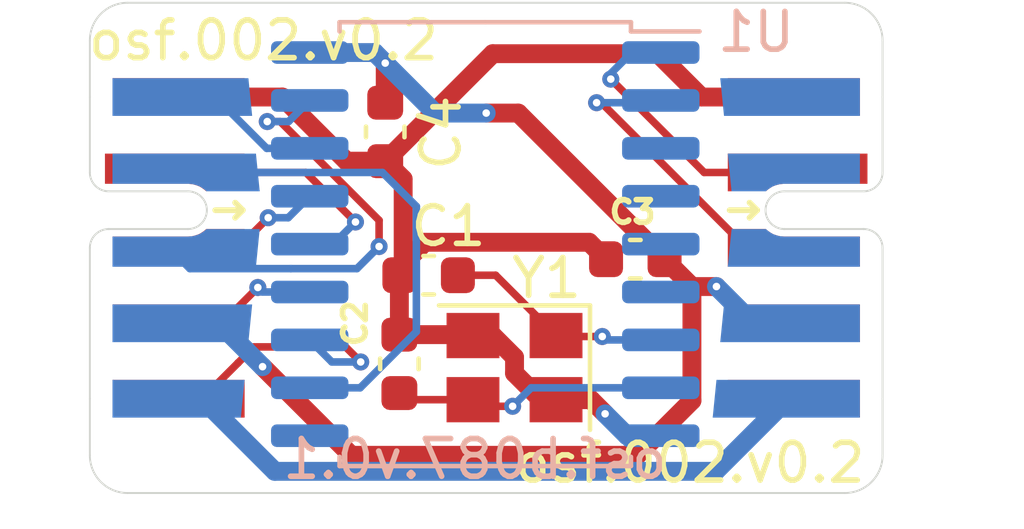
<source format=kicad_pcb>
(kicad_pcb (version 20211014) (generator pcbnew)
  (layers (0 "F.Cu" signal) (31 "B.Cu" signal) (34 "B.Paste" user) (35 "F.Paste" user) (36 "B.SilkS" user "B.Silkscreen") (37 "F.SilkS" user "F.Silkscreen") (38 "B.Mask" user) (39 "F.Mask" user) (44 "Edge.Cuts" user))
  (net 0 "")
  (net 1 "GND")
  (net 2 "Net-(C1-Pad1)")
  (net 3 "Net-(C2-Pad1)")
  (net 4 "+3V3")
  (net 5 "/controller/CS")
  (net 6 "/controller/MISO")
  (net 7 "/controller/MOSI")
  (net 8 "/controller/CLK")
  (net 9 "/controller/INT0")
  (net 10 "/controller/INT")
  (net 11 "/controller/CAN_TX")
  (net 12 "/controller/CAN_RX")
  (net 14 "+5V")
  (net 23 "/controller/RESET")
  (footprint "Capacitor_SMD:C_0603_1608Metric" (layer "F.Cu") (at 85.975 81.225 180)
    (fp_text reference "C1" (at -0.525 1.3) (layer "F.SilkS"))
    (fp_text value "22pF")
    (fp_line (start -0.14058 0.51) (end 0.14058 0.51) (layer "F.SilkS") (width 0.12))
    (fp_line (start -0.14058 -0.51) (end 0.14058 -0.51) (layer "F.SilkS") (width 0.12))
    (pad "1" smd roundrect locked (at -0.775 0 180) (size 0.9 0.95) (layers "F.Cu" "F.Paste" "F.Mask") (net 2 "Net-(C1-Pad1)"))
    (pad "2" smd roundrect locked (at 0.775 0 180) (size 0.9 0.95) (layers "F.Cu" "F.Paste" "F.Mask") (net 1 "GND"))
  )
  (footprint "Capacitor_SMD:C_0603_1608Metric" (layer "F.Cu") (at 85.2 83.575 90)
    (fp_text reference "C2" (at 1.075 -1.175 90) (layer "F.SilkS") (effects (font (size 0.6 0.6))))
    (fp_text value "22pF")
    (fp_line (start -0.14058 0.51) (end 0.14058 0.51) (layer "F.SilkS") (width 0.12))
    (fp_line (start -0.14058 -0.51) (end 0.14058 -0.51) (layer "F.SilkS") (width 0.12))
    (pad "1" smd roundrect locked (at -0.775 0 90) (size 0.9 0.95) (layers "F.Cu" "F.Paste" "F.Mask") (net 3 "Net-(C2-Pad1)"))
    (pad "2" smd roundrect locked (at 0.775 0 90) (size 0.9 0.95) (layers "F.Cu" "F.Paste" "F.Mask") (net 1 "GND"))
  )
  (footprint "Crystal:Crystal_SMD_Abracon_ABM8G-4Pin_3.2x2.5mm" (layer "F.Cu") (at 88.25 83.675 180)
    (fp_text reference "Y1" (at -0.85 2.375 180) (layer "F.SilkS"))
    (fp_text value "20MhZ")
    (fp_line (start -2 -1.65) (end -2 1.65) (layer "F.SilkS") (width 0.12))
    (fp_line (start -2 1.65) (end 2 1.65) (layer "F.SilkS") (width 0.12))
    (pad "1" smd rect locked (at -1.1 0.85 180) (size 1.4 1.2) (layers "F.Cu" "F.Paste" "F.Mask") (net 2 "Net-(C1-Pad1)"))
    (pad "2" smd rect locked (at 1.1 0.85 180) (size 1.4 1.2) (layers "F.Cu" "F.Paste" "F.Mask") (net 1 "GND"))
    (pad "3" smd rect locked (at 1.1 -0.85 180) (size 1.4 1.2) (layers "F.Cu" "F.Paste" "F.Mask") (net 3 "Net-(C2-Pad1)"))
    (pad "4" smd rect locked (at -1.1 -0.85 180) (size 1.4 1.2) (layers "F.Cu" "F.Paste" "F.Mask") (net 1 "GND"))
  )
  (footprint "on_edge:on_edge_2x05_device" (layer "F.Cu") (at 77 80.5 -90)
    (fp_text reference "J1")
    (fp_text value "002_SPI")
    (fp_line (start -1 -4.05) (end -0.8 -3.85) (layer "F.SilkS") (width 0.153))
    (fp_line (start -1.2 -3.85) (end -1 -4.05) (layer "F.SilkS") (width 0.153))
    (fp_line (start -1 -4.05) (end -1 -3.323) (layer "F.SilkS") (width 0.153))
    (fp_line (start -0.5 -0.5) (end -0.5 -2.6) (layer "Edge.Cuts") (width 0.05))
    (fp_line (start -4 0) (end -2 0) (layer "Edge.Cuts") (width 0.05))
    (fp_line (start -1.5 -2.6) (end -1.5 -0.5) (layer "Edge.Cuts") (width 0.05))
    (fp_line (start 0 0) (end 4 0) (layer "Edge.Cuts") (width 0.05))
    (fp_arc (start -1.5 -0.5) (mid -1.646447 -0.146447) (end -2 0) (layer "Edge.Cuts") (width 0.05))
    (fp_arc (start 0 0) (mid -0.353553 -0.146447) (end -0.5 -0.5) (layer "Edge.Cuts") (width 0.05))
    (fp_arc (start -1.5 -2.6) (mid -1 -3.1) (end -0.5 -2.6) (layer "Edge.Cuts") (width 0.05))
    (pad "1" smd rect locked (at -4 -2.35 90) (size 1 3.5) (layers "F.Cu" "F.Mask") (net 1 "GND"))
    (pad "2" smd custom locked (at -2 -3.6 270) (size 1 1) (layers "F.Cu" "F.Mask") (net 7 "/controller/MOSI") (options (clearance outline) (anchor rect)) (primitives (gr_poly (pts (xy 0.3 1) (xy 0.31 0.89) (xy 0.33 0.81) (xy 0.35 0.75) (xy 0.37 0.7) (xy 0.4 0.65) (xy 0.44 0.59) (xy 0.48 0.54) (xy 0.5 0.52) (xy 0.5 -0.5) (xy -0.5 -0.5) (xy -0.5 3.2) (xy 0.3 3.2)) (width 0) (fill yes))))
    (pad "3" smd custom locked (at 0 -3.6 270) (size 1 1) (layers "F.Cu" "F.Mask") (net 6 "/controller/MISO") (options (clearance outline) (anchor rect)) (primitives (gr_poly (pts (xy -0.3 1) (xy -0.31 0.89) (xy -0.33 0.81) (xy -0.35 0.75) (xy -0.37 0.7) (xy -0.4 0.65) (xy -0.44 0.59) (xy -0.48 0.54) (xy -0.5 0.52) (xy -0.5 -0.5) (xy 0.5 -0.5) (xy 0.5 3) (xy -0.3 3)) (width 0) (fill yes))))
    (pad "4" smd rect locked (at 2 -2.35 90) (size 1 3.5) (layers "F.Cu" "F.Mask") (net 8 "/controller/CLK"))
    (pad "5" smd rect locked (at 4 -2.35 90) (size 1 3.5) (layers "F.Cu" "F.Mask") (net 10 "/controller/INT"))
    (pad "6" smd custom locked (at -4 -2.4 270) (size 1 3.6) (layers "B.Cu" "B.Mask") (net 5 "/controller/CS") (options (clearance outline) (anchor rect)) (primitives (gr_poly (pts (xy 0.5 -1.8) (xy 0.5 -1.9) (xy -0.5 -1.8)) (width 0) (fill yes))))
    (pad "7" smd custom locked (at -2 -2.1 270) (size 0.4 0.4) (layers "B.Cu" "B.Mask") (net 9 "/controller/INT0") (options (clearance outline) (anchor rect)) (primitives (gr_poly (pts (xy 0.3 -0.51) (xy 0.31 -0.62) (xy 0.33 -0.7) (xy 0.35 -0.76) (xy 0.37 -0.81) (xy 0.4 -0.86) (xy 0.44 -0.92) (xy 0.48 -0.97) (xy 0.5 -0.99) (xy 0.5 -2.4) (xy -0.5 -2.3) (xy -0.5 1.5) (xy 0.3 1.5)) (width 0) (fill yes))))
    (pad "8" smd custom locked (at 0 -2.1 270) (size 0.4 0.4) (layers "B.Cu" "B.Mask") (net 23 "/controller/RESET") (options (clearance outline) (anchor rect)) (primitives (gr_poly (pts (xy -0.3 -0.51) (xy -0.31 -0.62) (xy -0.33 -0.7) (xy -0.35 -0.76) (xy -0.37 -0.81) (xy -0.4 -0.86) (xy -0.44 -0.92) (xy -0.48 -0.97) (xy -0.5 -0.99) (xy -0.5 -2.4) (xy 0.5 -2.3) (xy 0.5 1.5) (xy -0.3 1.5)) (width 0) (fill yes))))
    (pad "9" smd custom locked (at 2 -2.4 270) (size 1 3.6) (layers "B.Cu" "B.Mask") (net 4 "+3V3") (options (clearance outline) (anchor rect)) (primitives (gr_poly (pts (xy -0.5 -1.8) (xy -0.5 -1.9) (xy 0.5 -1.8)) (width 0) (fill yes))))
    (pad "10" smd custom locked (at 4 -2.3 270) (size 1 3.4) (layers "B.Cu" "B.Mask") (net 14 "+5V") (options (clearance outline) (anchor rect)) (primitives (gr_poly (pts (xy -0.5 -1.7) (xy -0.5 -1.8) (xy 0.5 -1.7)) (width 0) (fill yes))))
  )
  (footprint "on_edge:on_edge_2x05_host" (layer "F.Cu") (at 98 80.5 -90)
    (fp_text reference "J2")
    (fp_text value "012_CAN")
    (fp_line (start -0.8 3.523) (end -1 3.323) (layer "F.SilkS") (width 0.153))
    (fp_line (start -1 3.323) (end -1.2 3.523) (layer "F.SilkS") (width 0.153))
    (fp_line (start -1 4.05) (end -1 3.323) (layer "F.SilkS") (width 0.153))
    (fp_line (start -4 0) (end -2 0) (layer "Edge.Cuts") (width 0.05))
    (fp_line (start -0.5 2.6) (end -0.5 0.5) (layer "Edge.Cuts") (width 0.05))
    (fp_line (start 0 0) (end 4 0) (layer "Edge.Cuts") (width 0.05))
    (fp_line (start -1.5 0.5) (end -1.5 2.6) (layer "Edge.Cuts") (width 0.05))
    (fp_arc (start -2 0) (mid -1.646447 0.146447) (end -1.5 0.5) (layer "Edge.Cuts") (width 0.05))
    (fp_arc (start -0.5 0.5) (mid -0.353553 0.146447) (end 0 0) (layer "Edge.Cuts") (width 0.05))
    (fp_arc (start -0.5 2.6) (mid -1 3.1) (end -1.5 2.6) (layer "Edge.Cuts") (width 0.05))
    (pad "1" smd rect locked (at -4 2.35 270) (size 1 3.5) (layers "F.Cu" "F.Mask") (net 1 "GND"))
    (pad "2" smd custom locked (at -2 3.6 270) (size 1 1) (layers "F.Cu" "F.Mask") (net 11 "/controller/CAN_TX") (options (clearance outline) (anchor rect)) (primitives (gr_poly (pts (xy 0.3 -0.99) (xy 0.31 -0.88) (xy 0.33 -0.8) (xy 0.35 -0.74) (xy 0.37 -0.69) (xy 0.4 -0.64) (xy 0.44 -0.58) (xy 0.48 -0.53) (xy 0.5 -0.51) (xy 0.5 0.5) (xy -0.5 0.5) (xy -0.5 -3.2) (xy 0.3 -3.2)) (width 0) (fill yes))))
    (pad "3" smd custom locked (at 0 3.6 270) (size 1 1) (layers "F.Cu" "F.Mask") (net 12 "/controller/CAN_RX") (options (clearance outline) (anchor rect)) (primitives (gr_poly (pts (xy -0.3 -0.99) (xy -0.31 -0.88) (xy -0.33 -0.8) (xy -0.35 -0.74) (xy -0.37 -0.69) (xy -0.4 -0.64) (xy -0.44 -0.58) (xy -0.48 -0.53) (xy -0.5 -0.51) (xy -0.5 0.5) (xy 0.5 0.5) (xy 0.5 -3) (xy -0.3 -3)) (width 0) (fill yes))))
    (pad "4" smd rect locked (at 2 2.35 270) (size 1 3.5) (layers "F.Cu" "F.Mask"))
    (pad "5" smd rect locked (at 4 2.35 270) (size 1 3.5) (layers "F.Cu" "F.Mask"))
    (pad "6" smd custom locked (at -4 2.4 90) (size 1 3.6) (layers "B.Cu" "B.Mask") (options (clearance outline) (anchor rect)) (primitives (gr_poly (pts (xy 0.5 -1.8) (xy 0.5 -1.9) (xy -0.5 -1.8)) (width 0) (fill yes))))
    (pad "7" smd custom locked (at -2 2.1 90) (size 0.4 0.4) (layers "B.Cu" "B.Mask") (options (clearance outline) (anchor rect)) (primitives (gr_poly (pts (xy -0.3 -0.51) (xy -0.31 -0.62) (xy -0.33 -0.7) (xy -0.35 -0.76) (xy -0.37 -0.81) (xy -0.4 -0.86) (xy -0.44 -0.92) (xy -0.48 -0.97) (xy -0.5 -0.99) (xy -0.5 -1.9) (xy 0.5 -2) (xy 0.5 1.5) (xy -0.3 1.5)) (width 0) (fill yes))))
    (pad "8" smd custom locked (at 0 2.1 90) (size 0.4 0.4) (layers "B.Cu" "B.Mask") (options (clearance outline) (anchor rect)) (primitives (gr_poly (pts (xy 0.3 -0.51) (xy 0.31 -0.62) (xy 0.33 -0.7) (xy 0.35 -0.76) (xy 0.37 -0.81) (xy 0.4 -0.86) (xy 0.44 -0.92) (xy 0.48 -0.97) (xy 0.5 -0.99) (xy 0.5 -1.9) (xy -0.5 -2) (xy -0.5 1.5) (xy 0.3 1.5)) (width 0) (fill yes))))
    (pad "9" smd custom locked (at 2 2.4 90) (size 1 3.6) (layers "B.Cu" "B.Mask") (net 4 "+3V3") (options (clearance outline) (anchor rect)) (primitives (gr_poly (pts (xy 0.5 -1.8) (xy -0.5 -1.9) (xy -0.5 -1.8)) (width 0) (fill yes))))
    (pad "10" smd custom locked (at 4 2.5 90) (size 1 3.8) (layers "B.Cu" "B.Mask") (net 14 "+5V") (options (clearance outline) (anchor rect)) (primitives (gr_poly (pts (xy 0.5 -1.9) (xy -0.5 -2) (xy -0.5 -1.9)) (width 0) (fill yes))))
  )
  (footprint "Capacitor_SMD:C_0603_1608Metric" (layer "F.Cu") (at 91.45 80.8 180)
    (fp_text reference "C3" (at 0.075 1.25) (layer "F.SilkS") (effects (font (size 0.6 0.6))))
    (fp_text value "1uF")
    (fp_line (start -0.14058 -0.51) (end 0.14058 -0.51) (layer "F.SilkS") (width 0.12))
    (fp_line (start -0.14058 0.51) (end 0.14058 0.51) (layer "F.SilkS") (width 0.12))
    (pad "1" smd roundrect locked (at -0.775 0 180) (size 0.9 0.95) (layers "F.Cu" "F.Paste" "F.Mask") (net 4 "+3V3"))
    (pad "2" smd roundrect locked (at 0.775 0 180) (size 0.9 0.95) (layers "F.Cu" "F.Paste" "F.Mask") (net 1 "GND"))
  )
  (footprint "Capacitor_SMD:C_0603_1608Metric" (layer "F.Cu") (at 84.825 77.425 -90)
    (fp_text reference "C4" (at 0.025 -1.475 90) (layer "F.SilkS"))
    (fp_text value "100nF")
    (fp_line (start -0.14058 0.51) (end 0.14058 0.51) (layer "F.SilkS") (width 0.12))
    (fp_line (start -0.14058 -0.51) (end 0.14058 -0.51) (layer "F.SilkS") (width 0.12))
    (pad "1" smd roundrect locked (at -0.775 0 270) (size 0.9 0.95) (layers "F.Cu" "F.Paste" "F.Mask") (net 4 "+3V3"))
    (pad "2" smd roundrect locked (at 0.775 0 270) (size 0.9 0.95) (layers "F.Cu" "F.Paste" "F.Mask") (net 1 "GND"))
  )
  (footprint "Package_SO:SOIC-18W_7.5x11.6mm_P1.27mm" (layer "B.Cu") (at 87.475 80.4 180)
    (fp_text reference "U1" (at -7.175 5.625) (layer "B.SilkS") (effects (justify mirror)))
    (fp_text value "MCP2515-xSO")
    (fp_line (start 3.86 -5.885) (end 3.86 -5.64) (layer "B.SilkS") (width 0.12))
    (fp_line (start 0 5.885) (end 3.86 5.885) (layer "B.SilkS") (width 0.12))
    (fp_line (start 0 5.885) (end -3.86 5.885) (layer "B.SilkS") (width 0.12))
    (fp_line (start 0 -5.885) (end -3.86 -5.885) (layer "B.SilkS") (width 0.12))
    (fp_line (start -3.86 -5.885) (end -3.86 -5.64) (layer "B.SilkS") (width 0.12))
    (fp_line (start 3.86 5.885) (end 3.86 5.64) (layer "B.SilkS") (width 0.12))
    (fp_line (start 0 -5.885) (end 3.86 -5.885) (layer "B.SilkS") (width 0.12))
    (fp_line (start -3.86 5.885) (end -3.86 5.64) (layer "B.SilkS") (width 0.12))
    (fp_line (start -3.86 5.64) (end -5.675 5.64) (layer "B.SilkS") (width 0.12))
    (pad "1" smd roundrect (at -4.65 5.08 180) (size 2.05 0.6) (layers "B.Cu" "B.Paste" "B.Mask") (net 11 "/controller/CAN_TX"))
    (pad "2" smd roundrect (at -4.65 3.81 180) (size 2.05 0.6) (layers "B.Cu" "B.Paste" "B.Mask") (net 12 "/controller/CAN_RX"))
    (pad "3" smd roundrect (at -4.65 2.54 180) (size 2.05 0.6) (layers "B.Cu" "B.Paste" "B.Mask"))
    (pad "4" smd roundrect (at -4.65 1.27 180) (size 2.05 0.6) (layers "B.Cu" "B.Paste" "B.Mask"))
    (pad "5" smd roundrect (at -4.65 0 180) (size 2.05 0.6) (layers "B.Cu" "B.Paste" "B.Mask"))
    (pad "6" smd roundrect (at -4.65 -1.27 180) (size 2.05 0.6) (layers "B.Cu" "B.Paste" "B.Mask"))
    (pad "7" smd roundrect (at -4.65 -2.54 180) (size 2.05 0.6) (layers "B.Cu" "B.Paste" "B.Mask") (net 2 "Net-(C1-Pad1)"))
    (pad "8" smd roundrect (at -4.65 -3.81 180) (size 2.05 0.6) (layers "B.Cu" "B.Paste" "B.Mask") (net 3 "Net-(C2-Pad1)"))
    (pad "9" smd roundrect (at -4.65 -5.08 180) (size 2.05 0.6) (layers "B.Cu" "B.Paste" "B.Mask") (net 1 "GND"))
    (pad "10" smd roundrect (at 4.65 -5.08 180) (size 2.05 0.6) (layers "B.Cu" "B.Paste" "B.Mask"))
    (pad "11" smd roundrect (at 4.65 -3.81 180) (size 2.05 0.6) (layers "B.Cu" "B.Paste" "B.Mask") (net 9 "/controller/INT0"))
    (pad "12" smd roundrect (at 4.65 -2.54 180) (size 2.05 0.6) (layers "B.Cu" "B.Paste" "B.Mask") (net 10 "/controller/INT"))
    (pad "13" smd roundrect (at 4.65 -1.27 180) (size 2.05 0.6) (layers "B.Cu" "B.Paste" "B.Mask") (net 8 "/controller/CLK"))
    (pad "14" smd roundrect (at 4.65 0 180) (size 2.05 0.6) (layers "B.Cu" "B.Paste" "B.Mask") (net 7 "/controller/MOSI"))
    (pad "15" smd roundrect (at 4.65 1.27 180) (size 2.05 0.6) (layers "B.Cu" "B.Paste" "B.Mask") (net 6 "/controller/MISO"))
    (pad "16" smd roundrect (at 4.65 2.54 180) (size 2.05 0.6) (layers "B.Cu" "B.Paste" "B.Mask") (net 5 "/controller/CS"))
    (pad "17" smd roundrect (at 4.65 3.81 180) (size 2.05 0.6) (layers "B.Cu" "B.Paste" "B.Mask") (net 23 "/controller/RESET"))
    (pad "18" smd roundrect (at 4.65 5.08 180) (size 2.05 0.6) (layers "B.Cu" "B.Paste" "B.Mask") (net 4 "+3V3"))
  )
  (gr_line (start 97 87) (end 78 87) (layer "Edge.Cuts") (width 0.05))
  (gr_line (start 77 86) (end 77 84.5) (layer "Edge.Cuts") (width 0.05))
  (gr_line (start 78 74) (end 97 74) (layer "Edge.Cuts") (width 0.05))
  (gr_line (start 98 76.5) (end 98 75) (layer "Edge.Cuts") (width 0.05))
  (gr_line (start 77 76.5) (end 77 75) (layer "Edge.Cuts") (width 0.05))
  (gr_arc (start 98 86) (mid 97.707107 86.707107) (end 97 87) (layer "Edge.Cuts") (width 0.05))
  (gr_line (start 98 86) (end 98 84.5) (layer "Edge.Cuts") (width 0.05))
  (gr_arc (start 77 75) (mid 77.292893 74.292893) (end 78 74) (layer "Edge.Cuts") (width 0.05))
  (gr_arc (start 78 87) (mid 77.292893 86.707107) (end 77 86) (layer "Edge.Cuts") (width 0.05))
  (gr_arc (start 97 74) (mid 97.707107 74.292893) (end 98 75) (layer "Edge.Cuts") (width 0.05))
  (gr_text "osf.b087.v0.1" (at 87.2 86.1) (layer "B.SilkS") (effects (font (size 1 1)) (justify mirror)))
  (gr_text "osf.002.v0.2" (at 92.9 86.2) (layer "F.SilkS") (effects (font (size 1 1))))
  (gr_text "osf.002.v0.2" (at 81.6 75) (layer "F.SilkS") (effects (font (size 1 1))))
  (segment (start 90.275 84.525) (end 90.65 84.9) (width 0.5) (layer "F.Cu") (net 1))
  (segment (start 90.22548 80.35048) (end 85.87452 80.35048) (width 0.5) (layer "F.Cu") (net 1))
  (segment (start 93.2 76.5) (end 92.05 75.35) (width 0.5) (layer "F.Cu") (net 1))
  (segment (start 84.825 78.2) (end 83.8 78.2) (width 0.5) (layer "F.Cu") (net 1))
  (segment (start 95.65 76.5) (end 93.2 76.5) (width 0.5) (layer "F.Cu") (net 1))
  (segment (start 88.250489 83.824511) (end 88.950978 84.525) (width 0.5) (layer "F.Cu") (net 1))
  (segment (start 90.675 80.8) (end 90.22548 80.35048) (width 0.5) (layer "F.Cu") (net 1))
  (segment (start 85.2 82.8) (end 85.2 81.225) (width 0.5) (layer "F.Cu") (net 1))
  (segment (start 87.675 75.35) (end 84.825 78.2) (width 0.5) (layer "F.Cu") (net 1))
  (segment (start 85.2 81.025) (end 85.2 81.225) (width 0.5) (layer "F.Cu") (net 1))
  (segment (start 88.950978 84.525) (end 89.35 84.525) (width 0.5) (layer "F.Cu") (net 1))
  (segment (start 87.125 82.8) (end 87.15 82.825) (width 0.5) (layer "F.Cu") (net 1))
  (segment (start 89.35 84.525) (end 90.275 84.525) (width 0.5) (layer "F.Cu") (net 1))
  (segment (start 87.15 82.825) (end 87.675 82.825) (width 0.5) (layer "F.Cu") (net 1))
  (segment (start 84.825 78.2) (end 85.3 78.675) (width 0.5) (layer "F.Cu") (net 1))
  (segment (start 85.2 82.8) (end 87.125 82.8) (width 0.5) (layer "F.Cu") (net 1))
  (segment (start 87.675 82.825) (end 88.250489 83.400489) (width 0.5) (layer "F.Cu") (net 1))
  (segment (start 85.3 78.675) (end 85.3 81.125) (width 0.5) (layer "F.Cu") (net 1))
  (segment (start 82.1 76.5) (end 79.35 76.5) (width 0.5) (layer "F.Cu") (net 1))
  (segment (start 88.250489 83.400489) (end 88.250489 83.824511) (width 0.5) (layer "F.Cu") (net 1))
  (segment (start 85.3 81.125) (end 85.2 81.225) (width 0.5) (layer "F.Cu") (net 1))
  (segment (start 92.05 75.35) (end 87.675 75.35) (width 0.5) (layer "F.Cu") (net 1))
  (segment (start 85.87452 80.35048) (end 85.2 81.025) (width 0.5) (layer "F.Cu") (net 1))
  (segment (start 83.8 78.2) (end 82.1 76.5) (width 0.5) (layer "F.Cu") (net 1))
  (via (at 90.65 84.9) (size 0.45) (drill 0.2) (layers "F.Cu" "B.Cu") (net 1))
  (segment (start 91.23 85.48) (end 92.125 85.48) (width 0.5) (layer "B.Cu") (net 1))
  (segment (start 90.65 84.9) (end 91.23 85.48) (width 0.5) (layer "B.Cu") (net 1))
  (segment (start 86.75 81.225) (end 87.75 81.225) (width 0.2) (layer "F.Cu") (net 2))
  (segment (start 87.75 81.225) (end 89.35 82.825) (width 0.2) (layer "F.Cu") (net 2))
  (segment (start 89.375 82.85) (end 89.35 82.825) (width 0.2) (layer "F.Cu") (net 2))
  (segment (start 90.575 82.85) (end 89.375 82.85) (width 0.2) (layer "F.Cu") (net 2))
  (via (at 90.575 82.85) (size 0.45) (drill 0.2) (layers "F.Cu" "B.Cu") (net 2))
  (segment (start 90.665 82.94) (end 90.575 82.85) (width 0.2) (layer "B.Cu") (net 2))
  (segment (start 92.125 82.94) (end 90.665 82.94) (width 0.2) (layer "B.Cu") (net 2))
  (segment (start 85.375 84.525) (end 87.15 84.525) (width 0.2) (layer "F.Cu") (net 3))
  (segment (start 87.325 84.7) (end 87.15 84.525) (width 0.2) (layer "F.Cu") (net 3))
  (segment (start 85.2 84.35) (end 85.375 84.525) (width 0.2) (layer "F.Cu") (net 3))
  (segment (start 88.2 84.7) (end 87.325 84.7) (width 0.2) (layer "F.Cu") (net 3))
  (via (at 88.2 84.7) (size 0.45) (drill 0.2) (layers "F.Cu" "B.Cu") (net 3))
  (segment (start 92.125 84.21) (end 88.69 84.21) (width 0.2) (layer "B.Cu") (net 3))
  (segment (start 88.69 84.21) (end 88.2 84.7) (width 0.2) (layer "B.Cu") (net 3))
  (segment (start 83.925 86) (end 91.5 86) (width 0.5) (layer "F.Cu") (net 4))
  (segment (start 88.35 76.925) (end 87.5 76.925) (width 0.5) (layer "F.Cu") (net 4))
  (segment (start 92.95 84.55) (end 92.95 81.525) (width 0.5) (layer "F.Cu") (net 4))
  (segment (start 81.575 83.65) (end 83.925 86) (width 0.5) (layer "F.Cu") (net 4))
  (segment (start 91.5 86) (end 92.95 84.55) (width 0.5) (layer "F.Cu") (net 4))
  (segment (start 84.825 75.6) (end 84.825 76.65) (width 0.5) (layer "F.Cu") (net 4))
  (segment (start 92.225 80.8) (end 88.35 76.925) (width 0.5) (layer "F.Cu") (net 4))
  (segment (start 92.95 81.525) (end 92.225 80.8) (width 0.5) (layer "F.Cu") (net 4))
  (segment (start 93.6 81.525) (end 92.95 81.525) (width 0.5) (layer "F.Cu") (net 4))
  (via (at 87.5 76.925) (size 0.45) (drill 0.2) (layers "F.Cu" "B.Cu") (net 4))
  (via (at 84.825 75.6) (size 0.45) (drill 0.2) (layers "F.Cu" "B.Cu") (net 4))
  (via (at 93.6 81.525) (size 0.45) (drill 0.2) (layers "F.Cu" "B.Cu") (net 4))
  (via (at 81.575 83.65) (size 0.45) (drill 0.2) (layers "F.Cu" "B.Cu") (net 4))
  (segment (start 95.6 82.5) (end 94.575 82.5) (width 0.5) (layer "B.Cu") (net 4))
  (segment (start 94.575 82.5) (end 93.6 81.525) (width 0.5) (layer "B.Cu") (net 4))
  (segment (start 82.825 75.32) (end 84.545 75.32) (width 0.5) (layer "B.Cu") (net 4))
  (segment (start 87.5 76.925) (end 86.15 76.925) (width 0.5) (layer "B.Cu") (net 4))
  (segment (start 84.545 75.32) (end 84.825 75.6) (width 0.5) (layer "B.Cu") (net 4))
  (segment (start 86.15 76.925) (end 84.825 75.6) (width 0.5) (layer "B.Cu") (net 4))
  (segment (start 81.575 83.65) (end 80.425 82.5) (width 0.5) (layer "B.Cu") (net 4))
  (segment (start 80.425 82.5) (end 79.4 82.5) (width 0.5) (layer "B.Cu") (net 4))
  (segment (start 82.825 77.86) (end 81.685 77.86) (width 0.2) (layer "B.Cu") (net 5))
  (segment (start 80.325 76.5) (end 79.4 76.5) (width 0.2) (layer "B.Cu") (net 5))
  (segment (start 81.685 77.86) (end 80.325 76.5) (width 0.2) (layer "B.Cu") (net 5))
  (segment (start 80.6 80.5) (end 80.925 80.5) (width 0.2) (layer "F.Cu") (net 6))
  (segment (start 80.925 80.5) (end 81.725 79.7) (width 0.2) (layer "F.Cu") (net 6))
  (via (at 81.725 79.7) (size 0.45) (drill 0.2) (layers "F.Cu" "B.Cu") (net 6))
  (segment (start 81.725 79.7) (end 82.255 79.7) (width 0.2) (layer "B.Cu") (net 6))
  (segment (start 82.255 79.7) (end 82.825 79.13) (width 0.2) (layer "B.Cu") (net 6))
  (segment (start 84.036264 79.813736) (end 82.722528 78.5) (width 0.2) (layer "F.Cu") (net 7))
  (segment (start 82.722528 78.5) (end 80.6 78.5) (width 0.2) (layer "F.Cu") (net 7))
  (via (at 84.036264 79.813736) (size 0.45) (drill 0.2) (layers "F.Cu" "B.Cu") (net 7))
  (segment (start 82.825 80.4) (end 83.45 80.4) (width 0.2) (layer "B.Cu") (net 7))
  (segment (start 83.45 80.4) (end 84.036264 79.813736) (width 0.2) (layer "B.Cu") (net 7))
  (segment (start 80.5 82.5) (end 79.35 82.5) (width 0.2) (layer "F.Cu") (net 8))
  (segment (start 81.45 81.55) (end 80.5 82.5) (width 0.2) (layer "F.Cu") (net 8))
  (via (at 81.45 81.55) (size 0.45) (drill 0.2) (layers "F.Cu" "B.Cu") (net 8))
  (segment (start 81.57 81.67) (end 81.45 81.55) (width 0.2) (layer "B.Cu") (net 8))
  (segment (start 82.825 81.67) (end 81.57 81.67) (width 0.2) (layer "B.Cu") (net 8))
  (segment (start 85.65 79.4) (end 84.75 78.5) (width 0.2) (layer "B.Cu") (net 9))
  (segment (start 84.75 78.5) (end 79.1 78.5) (width 0.2) (layer "B.Cu") (net 9))
  (segment (start 82.825 84.21) (end 84.161061 84.21) (width 0.2) (layer "B.Cu") (net 9))
  (segment (start 84.161061 84.21) (end 85.65 82.721061) (width 0.2) (layer "B.Cu") (net 9))
  (segment (start 85.65 82.721061) (end 85.65 79.4) (width 0.2) (layer "B.Cu") (net 9))
  (segment (start 81.349511 83.125) (end 80.925 83.549511) (width 0.2) (layer "F.Cu") (net 10))
  (segment (start 80.925 83.55) (end 79.975 84.5) (width 0.2) (layer "F.Cu") (net 10))
  (segment (start 83.775 83.125) (end 81.349511 83.125) (width 0.2) (layer "F.Cu") (net 10))
  (segment (start 79.975 84.5) (end 79.35 84.5) (width 0.2) (layer "F.Cu") (net 10))
  (segment (start 80.925 83.549511) (end 80.925 83.55) (width 0.2) (layer "F.Cu") (net 10))
  (segment (start 84.175 83.525) (end 83.775 83.125) (width 0.2) (layer "F.Cu") (net 10))
  (via (at 84.175 83.525) (size 0.45) (drill 0.2) (layers "F.Cu" "B.Cu") (net 10))
  (segment (start 83.41 83.525) (end 82.825 82.94) (width 0.2) (layer "B.Cu") (net 10))
  (segment (start 84.175 83.525) (end 83.41 83.525) (width 0.2) (layer "B.Cu") (net 10))
  (segment (start 94.4 78.5) (end 93.275 78.5) (width 0.2) (layer "F.Cu") (net 11))
  (segment (start 93.275 78.5) (end 90.8 76.025) (width 0.2) (layer "F.Cu") (net 11))
  (via (at 90.8 76.025) (size 0.45) (drill 0.2) (layers "F.Cu" "B.Cu") (net 11))
  (segment (start 91.355 75.32) (end 92.125 75.32) (width 0.2) (layer "B.Cu") (net 11))
  (segment (start 90.8 76.025) (end 90.8 75.875) (width 0.2) (layer "B.Cu") (net 11))
  (segment (start 90.8 75.875) (end 91.355 75.32) (width 0.2) (layer "B.Cu") (net 11))
  (segment (start 94.4 80.5) (end 90.55 76.65) (width 0.2) (layer "F.Cu") (net 12))
  (segment (start 90.55 76.65) (end 90.425 76.65) (width 0.2) (layer "F.Cu") (net 12))
  (via (at 90.425 76.65) (size 0.45) (drill 0.2) (layers "F.Cu" "B.Cu") (net 12))
  (segment (start 92.065 76.65) (end 92.125 76.59) (width 0.2) (layer "B.Cu") (net 12))
  (segment (start 90.425 76.65) (end 92.065 76.65) (width 0.2) (layer "B.Cu") (net 12))
  (segment (start 81.9 86.425) (end 79.975 84.5) (width 0.5) (layer "B.Cu") (net 14))
  (segment (start 95.5 84.5) (end 93.575 86.425) (width 0.5) (layer "B.Cu") (net 14))
  (segment (start 79.975 84.5) (end 79.3 84.5) (width 0.5) (layer "B.Cu") (net 14))
  (segment (start 93.575 86.425) (end 81.9 86.425) (width 0.5) (layer "B.Cu") (net 14))
  (segment (start 84.66239 79.768817) (end 82.921786 78.028214) (width 0.2) (layer "F.Cu") (net 23))
  (segment (start 82.921786 78.028214) (end 82.043572 77.15) (width 0.2) (layer "F.Cu") (net 23))
  (segment (start 82.043572 77.15) (end 81.7 77.15) (width 0.2) (layer "F.Cu") (net 23))
  (segment (start 84.66239 80.463457) (end 84.66239 79.768817) (width 0.2) (layer "F.Cu") (net 23))
  (via (at 84.66239 80.463457) (size 0.45) (drill 0.2) (layers "F.Cu" "B.Cu") (net 23))
  (via (at 81.7 77.15) (size 0.45) (drill 0.2) (layers "F.Cu" "B.Cu") (net 23))
  (segment (start 79.1 80.5) (end 79.65 81.05) (width 0.2) (layer "B.Cu") (net 23))
  (segment (start 81.7 77.15) (end 82.265 77.15) (width 0.2) (layer "B.Cu") (net 23))
  (segment (start 79.65 81.05) (end 82.325 81.05) (width 0.2) (layer "B.Cu") (net 23))
  (segment (start 82.265 77.15) (end 82.825 76.59) (width 0.2) (layer "B.Cu") (net 23))
  (segment (start 84.075847 81.05) (end 84.66239 80.463457) (width 0.2) (layer "B.Cu") (net 23))
  (segment (start 82.325 81.05) (end 84.075847 81.05) (width 0.2) (layer "B.Cu") (net 23))
)
</source>
